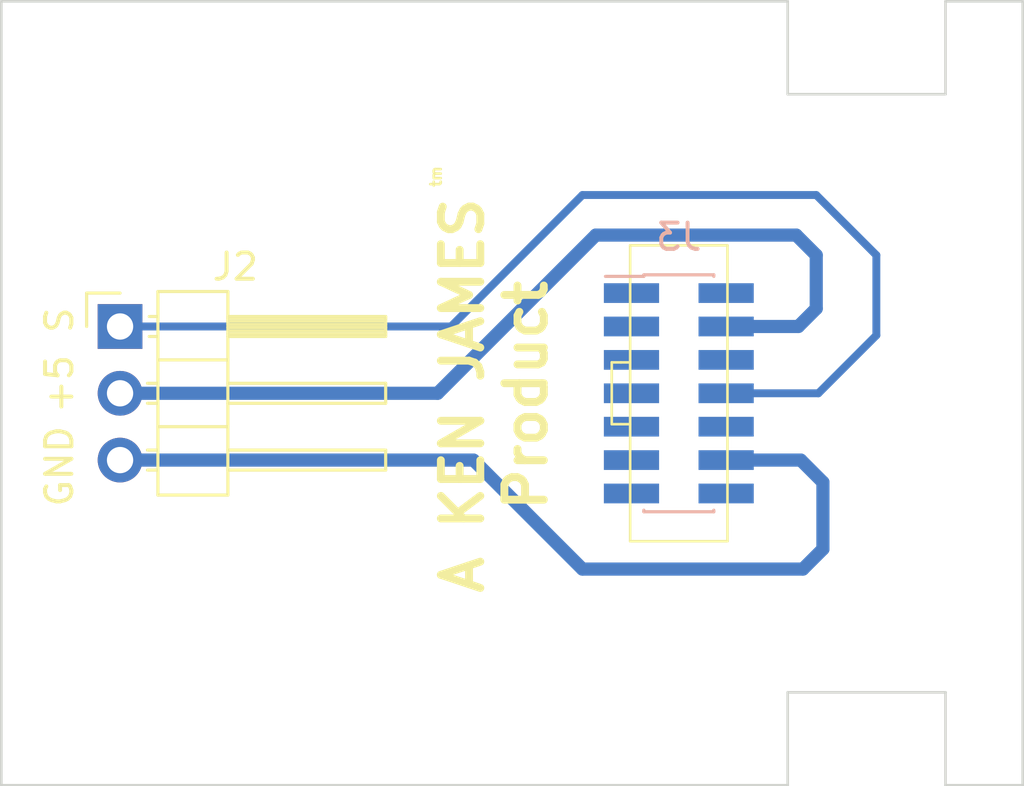
<source format=kicad_pcb>
(kicad_pcb (version 20221018) (generator pcbnew)
  (layers (0 "F.Cu" signal) (31 "B.Cu" signal) (34 "B.Paste" user) (35 "F.Paste" user) (36 "B.SilkS" user "B.Silkscreen") (37 "F.SilkS" user "F.Silkscreen") (38 "B.Mask" user) (39 "F.Mask" user) (44 "Edge.Cuts" user))
  (net 0 "")
  (net 1 "/S")
  (net 2 "+5V")
  (net 3 "GND")
  (footprint "Connector_PinHeader_2.54mm:PinHeader_1x03_P2.54mm_Horizontal" (layer "F.Cu") (at 80.715 88.564955)
    (fp_text reference "J2" (at 4.385 -2.27) (layer "F.SilkS"))
    (fp_text value "Conn_01x03")
    (fp_line (start -1.27 -1.27) (end 0 -1.27) (stroke (width 0.12)) (layer "F.SilkS"))
    (fp_line (start -1.27 0) (end -1.27 -1.27) (stroke (width 0.12)) (layer "F.SilkS"))
    (fp_line (start 1.042929 2.16) (end 1.44 2.16) (stroke (width 0.12)) (layer "F.SilkS"))
    (fp_line (start 1.042929 2.92) (end 1.44 2.92) (stroke (width 0.12)) (layer "F.SilkS"))
    (fp_line (start 1.042929 4.7) (end 1.44 4.7) (stroke (width 0.12)) (layer "F.SilkS"))
    (fp_line (start 1.042929 5.46) (end 1.44 5.46) (stroke (width 0.12)) (layer "F.SilkS"))
    (fp_line (start 1.11 -0.38) (end 1.44 -0.38) (stroke (width 0.12)) (layer "F.SilkS"))
    (fp_line (start 1.11 0.38) (end 1.44 0.38) (stroke (width 0.12)) (layer "F.SilkS"))
    (fp_line (start 1.44 -1.33) (end 1.44 6.41) (stroke (width 0.12)) (layer "F.SilkS"))
    (fp_line (start 1.44 1.27) (end 4.1 1.27) (stroke (width 0.12)) (layer "F.SilkS"))
    (fp_line (start 1.44 3.81) (end 4.1 3.81) (stroke (width 0.12)) (layer "F.SilkS"))
    (fp_line (start 1.44 6.41) (end 4.1 6.41) (stroke (width 0.12)) (layer "F.SilkS"))
    (fp_line (start 4.1 -1.33) (end 1.44 -1.33) (stroke (width 0.12)) (layer "F.SilkS"))
    (fp_line (start 4.1 -0.38) (end 10.1 -0.38) (stroke (width 0.12)) (layer "F.SilkS"))
    (fp_line (start 4.1 -0.32) (end 10.1 -0.32) (stroke (width 0.12)) (layer "F.SilkS"))
    (fp_line (start 4.1 -0.2) (end 10.1 -0.2) (stroke (width 0.12)) (layer "F.SilkS"))
    (fp_line (start 4.1 -0.08) (end 10.1 -0.08) (stroke (width 0.12)) (layer "F.SilkS"))
    (fp_line (start 4.1 0.04) (end 10.1 0.04) (stroke (width 0.12)) (layer "F.SilkS"))
    (fp_line (start 4.1 0.16) (end 10.1 0.16) (stroke (width 0.12)) (layer "F.SilkS"))
    (fp_line (start 4.1 0.28) (end 10.1 0.28) (stroke (width 0.12)) (layer "F.SilkS"))
    (fp_line (start 4.1 2.16) (end 10.1 2.16) (stroke (width 0.12)) (layer "F.SilkS"))
    (fp_line (start 4.1 4.7) (end 10.1 4.7) (stroke (width 0.12)) (layer "F.SilkS"))
    (fp_line (start 4.1 6.41) (end 4.1 -1.33) (stroke (width 0.12)) (layer "F.SilkS"))
    (fp_line (start 10.1 -0.38) (end 10.1 0.38) (stroke (width 0.12)) (layer "F.SilkS"))
    (fp_line (start 10.1 0.38) (end 4.1 0.38) (stroke (width 0.12)) (layer "F.SilkS"))
    (fp_line (start 10.1 2.16) (end 10.1 2.92) (stroke (width 0.12)) (layer "F.SilkS"))
    (fp_line (start 10.1 2.92) (end 4.1 2.92) (stroke (width 0.12)) (layer "F.SilkS"))
    (fp_line (start 10.1 4.7) (end 10.1 5.46) (stroke (width 0.12)) (layer "F.SilkS"))
    (fp_line (start 10.1 5.46) (end 4.1 5.46) (stroke (width 0.12)) (layer "F.SilkS"))
    (pad "1" thru_hole rect (at 0 0) (size 1.7 1.7) (drill 1) (layers "*.Cu" "*.Mask") (net 1 "/S"))
    (pad "2" thru_hole oval (at 0 2.54) (size 1.7 1.7) (drill 1) (layers "*.Cu" "*.Mask") (net 2 "+5V"))
    (pad "3" thru_hole oval (at 0 5.08) (size 1.7 1.7) (drill 1) (layers "*.Cu" "*.Mask") (net 3 "GND"))
  )
  (footprint "Connector_PinSocket_1.27mm:PinSocket_2x07_P1.27mm_Vertical_SMD" (layer "B.Cu") (at 101.962173 91.104955 180)
    (fp_text reference "J3" (at 0 5.945) (layer "B.SilkS") (effects (justify mirror)))
    (fp_text value "Conn_02x07_Odd_Even")
    (fp_line (start -1.33 -4.505) (end 1.33 -4.505) (stroke (width 0.12)) (layer "B.SilkS"))
    (fp_line (start -1.33 -4.445) (end -1.33 -4.505) (stroke (width 0.12)) (layer "B.SilkS"))
    (fp_line (start -1.33 4.505) (end -1.33 4.445) (stroke (width 0.12)) (layer "B.SilkS"))
    (fp_line (start -1.33 4.505) (end 1.33 4.505) (stroke (width 0.12)) (layer "B.SilkS"))
    (fp_line (start 1.33 -4.445) (end 1.33 -4.505) (stroke (width 0.12)) (layer "B.SilkS"))
    (fp_line (start 1.33 4.445) (end 2.79 4.445) (stroke (width 0.12)) (layer "B.SilkS"))
    (fp_line (start 1.33 4.505) (end 1.33 4.445) (stroke (width 0.12)) (layer "B.SilkS"))
    (pad "1" smd rect (at 1.8 3.81 180) (size 2.1 0.75) (layers "B.Cu" "B.Paste" "B.Mask"))
    (pad "2" smd rect (at -1.8 3.81 180) (size 2.1 0.75) (layers "B.Cu" "B.Paste" "B.Mask"))
    (pad "3" smd rect (at 1.8 2.54 180) (size 2.1 0.75) (layers "B.Cu" "B.Paste" "B.Mask"))
    (pad "4" smd rect (at -1.8 2.54 180) (size 2.1 0.75) (layers "B.Cu" "B.Paste" "B.Mask") (net 2 "+5V"))
    (pad "5" smd rect (at 1.8 1.27 180) (size 2.1 0.75) (layers "B.Cu" "B.Paste" "B.Mask"))
    (pad "6" smd rect (at -1.8 1.27 180) (size 2.1 0.75) (layers "B.Cu" "B.Paste" "B.Mask"))
    (pad "7" smd rect (at 1.8 0 180) (size 2.1 0.75) (layers "B.Cu" "B.Paste" "B.Mask"))
    (pad "8" smd rect (at -1.8 0 180) (size 2.1 0.75) (layers "B.Cu" "B.Paste" "B.Mask") (net 1 "/S"))
    (pad "9" smd rect (at 1.8 -1.27 180) (size 2.1 0.75) (layers "B.Cu" "B.Paste" "B.Mask"))
    (pad "10" smd rect (at -1.8 -1.27 180) (size 2.1 0.75) (layers "B.Cu" "B.Paste" "B.Mask"))
    (pad "11" smd rect (at 1.8 -2.54 180) (size 2.1 0.75) (layers "B.Cu" "B.Paste" "B.Mask"))
    (pad "12" smd rect (at -1.8 -2.54 180) (size 2.1 0.75) (layers "B.Cu" "B.Paste" "B.Mask") (net 3 "GND"))
    (pad "13" smd rect (at 1.8 -3.81 180) (size 2.1 0.75) (layers "B.Cu" "B.Paste" "B.Mask"))
    (pad "14" smd rect (at -1.8 -3.81 180) (size 2.1 0.75) (layers "B.Cu" "B.Paste" "B.Mask"))
  )
  (gr_line (start 103.812173 96.729955) (end 103.812173 85.479955) (stroke (width 0.1)) (layer "F.SilkS"))
  (gr_line (start 99.412173 89.929955) (end 99.412173 92.279955) (stroke (width 0.1)) (layer "F.SilkS"))
  (gr_line (start 100.112173 89.929955) (end 99.762173 89.929955) (stroke (width 0.1)) (layer "F.SilkS"))
  (gr_line (start 100.112173 92.279955) (end 100.112173 96.729955) (stroke (width 0.1)) (layer "F.SilkS"))
  (gr_line (start 103.812173 85.479955) (end 100.112173 85.479955) (stroke (width 0.1)) (layer "F.SilkS"))
  (gr_line (start 100.112173 85.479955) (end 100.112173 89.929955) (stroke (width 0.1)) (layer "F.SilkS"))
  (gr_line (start 99.762173 92.279955) (end 100.112173 92.279955) (stroke (width 0.1)) (layer "F.SilkS"))
  (gr_line (start 100.112173 96.729955) (end 103.812173 96.729955) (stroke (width 0.1)) (layer "F.SilkS"))
  (gr_line (start 100.112173 92.279955) (end 100.112173 89.929955) (stroke (width 0.1)) (layer "F.SilkS"))
  (gr_line (start 99.762173 89.929955) (end 99.412173 89.929955) (stroke (width 0.1)) (layer "F.SilkS"))
  (gr_line (start 99.412173 92.279955) (end 99.762173 92.279955) (stroke (width 0.1)) (layer "F.SilkS"))
  (gr_line (start 106.103173 102.477394) (end 112.103173 102.477394) (stroke (width 0.1)) (layer "Edge.Cuts"))
  (gr_line (start 112.103173 102.477394) (end 112.103173 106.00991) (stroke (width 0.1)) (layer "Edge.Cuts"))
  (gr_line (start 112.103173 106.00991) (end 115.038674 106.00991) (stroke (width 0.1)) (layer "Edge.Cuts"))
  (gr_line (start 115.038674 76.2) (end 115.038674 106.00991) (stroke (width 0.1)) (layer "Edge.Cuts"))
  (gr_line (start 112.103173 76.2) (end 112.103173 79.732516) (stroke (width 0.1)) (layer "Edge.Cuts"))
  (gr_line (start 106.103173 79.732516) (end 106.103173 76.2) (stroke (width 0.1)) (layer "Edge.Cuts"))
  (gr_line (start 76.2 106.00991) (end 106.103173 106.00991) (stroke (width 0.1)) (layer "Edge.Cuts"))
  (gr_line (start 106.103173 76.2) (end 76.2 76.2) (stroke (width 0.1)) (layer "Edge.Cuts"))
  (gr_line (start 115.038674 76.2) (end 112.103173 76.2) (stroke (width 0.1)) (layer "Edge.Cuts"))
  (gr_line (start 112.103173 79.732516) (end 106.103173 79.732516) (stroke (width 0.1)) (layer "Edge.Cuts"))
  (gr_line (start 76.2 76.2) (end 76.2 106.00991) (stroke (width 0.1)) (layer "Edge.Cuts"))
  (gr_line (start 106.103173 106.00991) (end 106.103173 102.477394) (stroke (width 0.1)) (layer "Edge.Cuts"))
  (gr_text "GND" (at 78.994 95.504 90) (layer "F.SilkS") (effects (font (size 1 1)) (justify left bottom)))
  (gr_text "S" (at 78.994 88.9 90) (layer "F.SilkS") (effects (font (size 1 1)) (justify left bottom)))
  (gr_text "tm" (at 92.964 83.312 90) (layer "F.SilkS") (effects (font (size 0.4 0.4) (thickness 0.1) bold) (justify left bottom)))
  (gr_text "A KEN JAMES\nProduct" (at 97.028 91.186 90) (layer "F.SilkS") (effects (font (size 1.5 1.5) (thickness 0.3) bold) (justify bottom)))
  (gr_text "+5\n" (at 78.994 91.948 90) (layer "F.SilkS") (effects (font (size 1 1)) (justify left bottom)))
  (segment (start 93.299045 88.564955) (end 80.715 88.564955) (width 0.3) (layer "B.Cu") (net 1))
  (segment (start 109.474 88.9) (end 109.474 85.852) (width 0.3) (layer "B.Cu") (net 1))
  (segment (start 107.269045 91.104955) (end 109.474 88.9) (width 0.3) (layer "B.Cu") (net 1))
  (segment (start 107.188 83.566) (end 98.298 83.566) (width 0.3) (layer "B.Cu") (net 1))
  (segment (start 109.474 85.852) (end 107.188 83.566) (width 0.3) (layer "B.Cu") (net 1))
  (segment (start 98.298 83.566) (end 93.299045 88.564955) (width 0.3) (layer "B.Cu") (net 1))
  (segment (start 103.762173 91.104955) (end 107.269045 91.104955) (width 0.3) (layer "B.Cu") (net 1))
  (segment (start 107.188 87.884) (end 107.188 85.852) (width 0.5) (layer "B.Cu") (net 2))
  (segment (start 107.188 85.852) (end 106.426 85.09) (width 0.5) (layer "B.Cu") (net 2))
  (segment (start 92.791045 91.104955) (end 80.715 91.104955) (width 0.5) (layer "B.Cu") (net 2))
  (segment (start 106.507045 88.564955) (end 107.188 87.884) (width 0.5) (layer "B.Cu") (net 2))
  (segment (start 103.762173 88.564955) (end 106.507045 88.564955) (width 0.5) (layer "B.Cu") (net 2))
  (segment (start 98.806 85.09) (end 92.791045 91.104955) (width 0.5) (layer "B.Cu") (net 2))
  (segment (start 106.426 85.09) (end 98.806 85.09) (width 0.5) (layer "B.Cu") (net 2))
  (segment (start 106.68 97.79) (end 98.298 97.79) (width 0.5) (layer "B.Cu") (net 3))
  (segment (start 94.152955 93.644955) (end 80.715 93.644955) (width 0.5) (layer "B.Cu") (net 3))
  (segment (start 103.762173 93.644955) (end 106.598955 93.644955) (width 0.5) (layer "B.Cu") (net 3))
  (segment (start 107.442 94.488) (end 107.442 97.028) (width 0.5) (layer "B.Cu") (net 3))
  (segment (start 98.298 97.79) (end 94.152955 93.644955) (width 0.5) (layer "B.Cu") (net 3))
  (segment (start 106.598955 93.644955) (end 107.442 94.488) (width 0.5) (layer "B.Cu") (net 3))
  (segment (start 107.442 97.028) (end 106.68 97.79) (width 0.5) (layer "B.Cu") (net 3))
)
</source>
